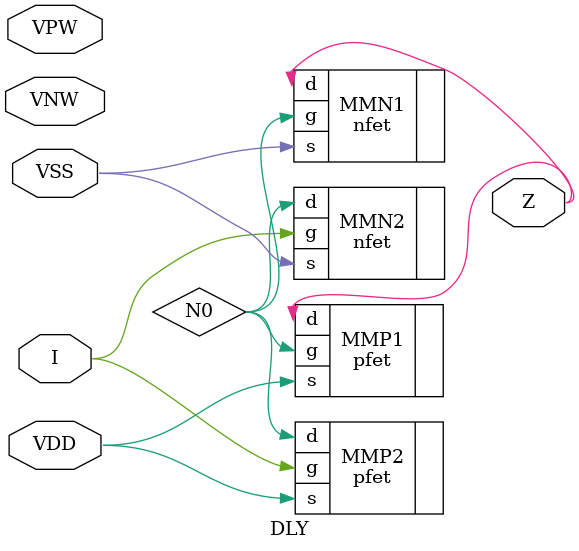
<source format=v>
`timescale 1ns / 1ns 

module DLY ( Z, VDD, VNW, VPW, VSS, I );

output  Z;

inout  VDD, VNW, VPW, VSS;

input  I;


specify 
    specparam CDS_LIBNAME  = "Delay_Cell_Lib_hwpeng";
    specparam CDS_CELLNAME = "DLY";
    specparam CDS_VIEWNAME = "schematic";
endspecify

pfet  MMP1 ( .s(VDD), .g(N0), .d(Z));
pfet  MMP2 ( .s(VDD), .g(I), .d(N0));
nfet  MMN1 ( .s(VSS), .g(N0), .d(Z));
nfet  MMN2 ( .s(VSS), .g(I), .d(N0));

endmodule

</source>
